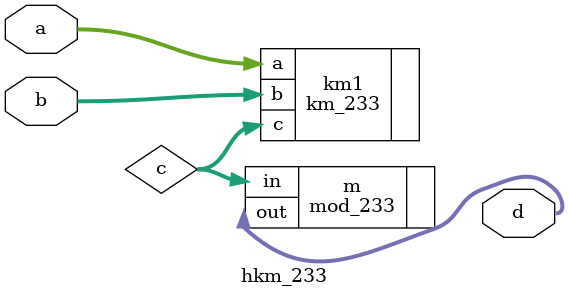
<source format=v>
`timescale 1ns / 1ps

module hkm_233(
    input [232:0] a,
    input [232:0] b,
    output [232:0] d
    );
    wire [464:0] c;    
    km_233 km1(.a(a),.b(b),.c(c));
    mod_233 m(.out(d),.in(c));
endmodule

</source>
